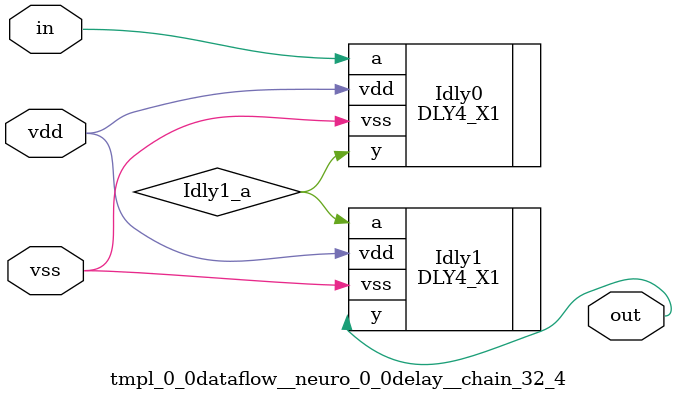
<source format=v>
module tmpl_0_0dataflow__neuro_0_0delay__chain_32_4(out, in, vdd, vss); 
   input vdd;
   input vss;
   output out;
   input in;

// -- signals ---
   wire Idly1_a ;
   wire out ;
   wire in;

// --- instances
DLY4_X1 Idly0  (.y(Idly1_a ), .a(in), .vdd(vdd), .vss(vss));
DLY4_X1 Idly1  (.y(out), .a(Idly1_a ), .vdd(vdd), .vss(vss));
endmodule
</source>
